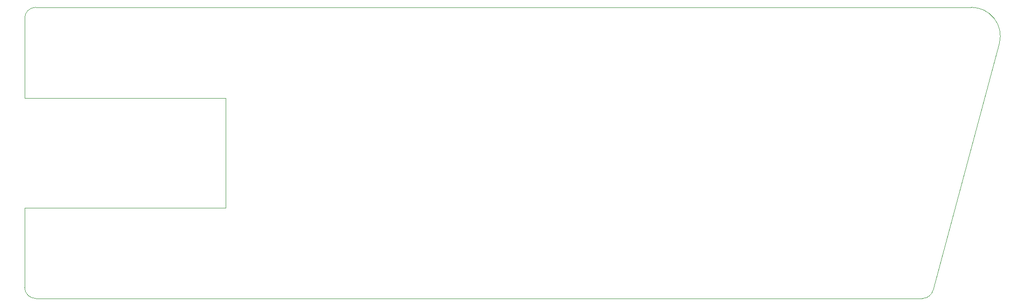
<source format=gm1>
G04 #@! TF.GenerationSoftware,KiCad,Pcbnew,(5.1.5)-3*
G04 #@! TF.CreationDate,2021-03-06T02:16:42+09:00*
G04 #@! TF.ProjectId,Kleine Gherkin,4b6c6569-6e65-4204-9768-65726b696e2e,rev?*
G04 #@! TF.SameCoordinates,Original*
G04 #@! TF.FileFunction,Profile,NP*
%FSLAX46Y46*%
G04 Gerber Fmt 4.6, Leading zero omitted, Abs format (unit mm)*
G04 Created by KiCad (PCBNEW (5.1.5)-3) date 2021-03-06 02:16:42*
%MOMM*%
%LPD*%
G04 APERTURE LIST*
%ADD10C,0.100000*%
G04 APERTURE END LIST*
D10*
X207500000Y-37994882D02*
X195450000Y-82950000D01*
X202406250Y-31500000D02*
G75*
G02X207500000Y-37994882I0J-5244882D01*
G01*
X30500000Y-33500000D02*
X30500000Y-48000000D01*
X67000000Y-68000000D02*
X30500000Y-68000000D01*
X67000000Y-48000000D02*
X67000000Y-68000000D01*
X30500000Y-48000000D02*
X67000000Y-48000000D01*
X32500000Y-84500000D02*
G75*
G02X30500000Y-82500000I0J2000000D01*
G01*
X30500000Y-33500000D02*
G75*
G02X32500000Y-31500000I2000000J0D01*
G01*
X195448782Y-82949719D02*
G75*
G02X193500000Y-84500000I-1948782J449719D01*
G01*
X193500000Y-84500000D02*
X32500000Y-84500000D01*
X30500000Y-68000000D02*
X30500000Y-82500000D01*
X202406250Y-31500000D02*
X32500000Y-31500000D01*
M02*

</source>
